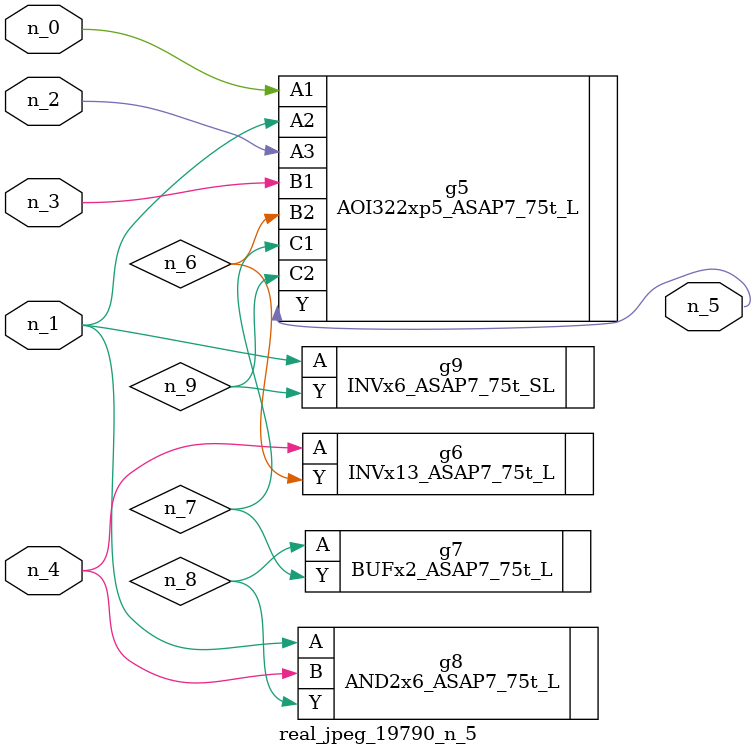
<source format=v>
module real_jpeg_19790_n_5 (n_4, n_0, n_1, n_2, n_3, n_5);

input n_4;
input n_0;
input n_1;
input n_2;
input n_3;

output n_5;

wire n_8;
wire n_6;
wire n_7;
wire n_9;

AOI322xp5_ASAP7_75t_L g5 ( 
.A1(n_0),
.A2(n_1),
.A3(n_2),
.B1(n_3),
.B2(n_6),
.C1(n_7),
.C2(n_9),
.Y(n_5)
);

AND2x6_ASAP7_75t_L g8 ( 
.A(n_1),
.B(n_4),
.Y(n_8)
);

INVx6_ASAP7_75t_SL g9 ( 
.A(n_1),
.Y(n_9)
);

INVx13_ASAP7_75t_L g6 ( 
.A(n_4),
.Y(n_6)
);

BUFx2_ASAP7_75t_L g7 ( 
.A(n_8),
.Y(n_7)
);


endmodule
</source>
